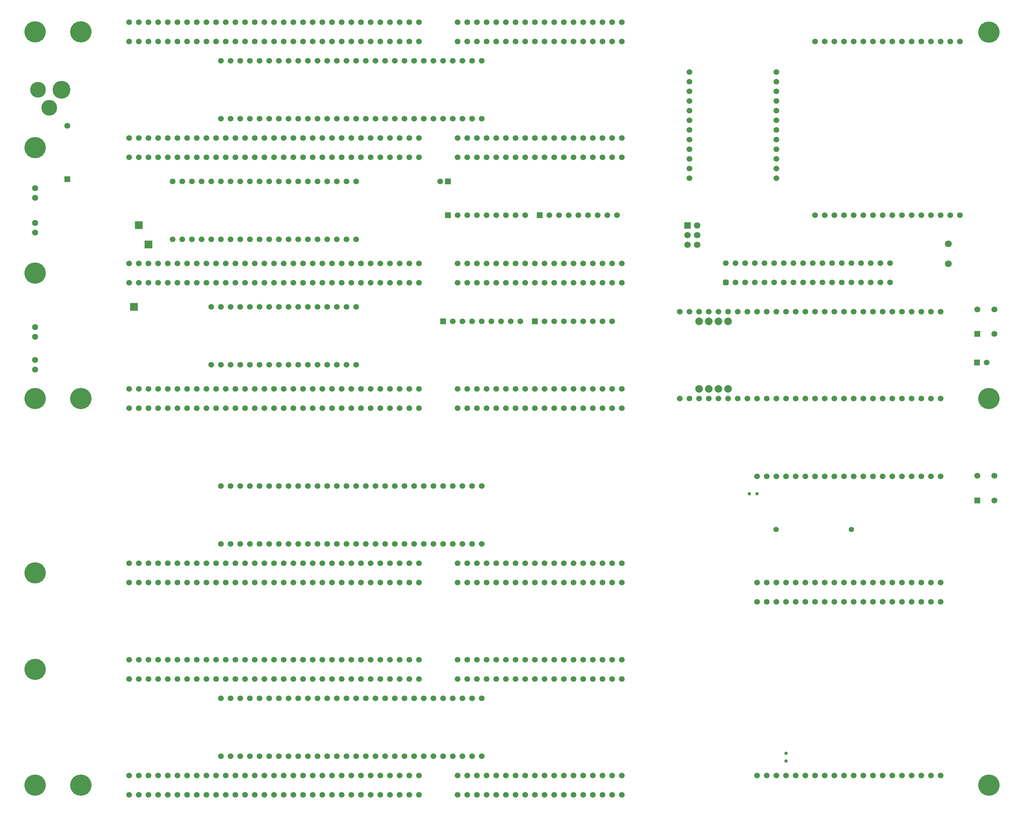
<source format=gbs>
%TF.GenerationSoftware,KiCad,Pcbnew,9.0.7-9.0.7~ubuntu24.04.1*%
%TF.CreationDate,2026-01-21T09:09:11+02:00*%
%TF.ProjectId,Mainboard Small,4d61696e-626f-4617-9264-20536d616c6c,V0*%
%TF.SameCoordinates,Original*%
%TF.FileFunction,Soldermask,Bot*%
%TF.FilePolarity,Negative*%
%FSLAX46Y46*%
G04 Gerber Fmt 4.6, Leading zero omitted, Abs format (unit mm)*
G04 Created by KiCad (PCBNEW 9.0.7-9.0.7~ubuntu24.04.1) date 2026-01-21 09:09:11*
%MOMM*%
%LPD*%
G01*
G04 APERTURE LIST*
G04 Aperture macros list*
%AMRoundRect*
0 Rectangle with rounded corners*
0 $1 Rounding radius*
0 $2 $3 $4 $5 $6 $7 $8 $9 X,Y pos of 4 corners*
0 Add a 4 corners polygon primitive as box body*
4,1,4,$2,$3,$4,$5,$6,$7,$8,$9,$2,$3,0*
0 Add four circle primitives for the rounded corners*
1,1,$1+$1,$2,$3*
1,1,$1+$1,$4,$5*
1,1,$1+$1,$6,$7*
1,1,$1+$1,$8,$9*
0 Add four rect primitives between the rounded corners*
20,1,$1+$1,$2,$3,$4,$5,0*
20,1,$1+$1,$4,$5,$6,$7,0*
20,1,$1+$1,$6,$7,$8,$9,0*
20,1,$1+$1,$8,$9,$2,$3,0*%
G04 Aperture macros list end*
%ADD10R,1.500000X1.500000*%
%ADD11C,1.500000*%
%ADD12R,1.575000X1.575000*%
%ADD13C,1.575000*%
%ADD14C,5.600000*%
%ADD15RoundRect,0.375000X0.375000X0.375000X-0.375000X0.375000X-0.375000X-0.375000X0.375000X-0.375000X0*%
%ADD16C,4.700000*%
%ADD17C,4.150000*%
%ADD18C,0.900000*%
%ADD19R,1.700000X1.700000*%
%ADD20C,1.700000*%
%ADD21C,1.600000*%
%ADD22R,2.000000X2.000000*%
%ADD23C,2.000000*%
%ADD24C,1.400000*%
%ADD25C,1.800000*%
G04 APERTURE END LIST*
D10*
%TO.C,C1*%
X83788001Y-41910000D03*
D11*
X81788001Y-41910000D03*
%TD*%
D12*
%TO.C,S3*%
X223012000Y-125866200D03*
D13*
X223012000Y-119366200D03*
X227512000Y-125866200D03*
X227512000Y-119366200D03*
%TD*%
D14*
%TO.C,H5*%
X-24765000Y-33020000D03*
%TD*%
D15*
%TO.C,MPD0*%
X156845000Y-68453000D03*
D11*
X156845000Y-63373000D03*
X159385000Y-68453000D03*
X159385000Y-63373000D03*
X161925000Y-68453000D03*
X161925000Y-63373000D03*
X164465000Y-68453000D03*
X164465000Y-63373000D03*
X167005000Y-68453000D03*
X167005000Y-63373000D03*
X169545000Y-68453000D03*
X169545000Y-63373000D03*
X172085000Y-68453000D03*
X172085000Y-63373000D03*
X174625000Y-68453000D03*
X174625000Y-63373000D03*
X177165000Y-68453000D03*
X177165000Y-63373000D03*
X179705000Y-68453000D03*
X179705000Y-63373000D03*
X182245000Y-68453000D03*
X182245000Y-63373000D03*
X184785000Y-68453000D03*
X184785000Y-63373000D03*
X187325000Y-68453000D03*
X187325000Y-63373000D03*
X189865000Y-68453000D03*
X189865000Y-63373000D03*
X192405000Y-68453000D03*
X192405000Y-63373000D03*
X194945000Y-68453000D03*
X194945000Y-63373000D03*
X197485000Y-68453000D03*
X197485000Y-63373000D03*
X200025000Y-68453000D03*
X200025000Y-63373000D03*
%TD*%
D12*
%TO.C,D1*%
X-16256000Y-41339500D03*
D13*
X-16256000Y-27239500D03*
%TD*%
D11*
%TO.C,DEV18*%
X0Y-142376200D03*
X2540000Y-142376200D03*
X5080000Y-142376200D03*
X7620000Y-142376200D03*
X10160000Y-142376200D03*
X12700000Y-142376200D03*
X15240000Y-142376200D03*
X17780000Y-142376200D03*
X20320000Y-142376200D03*
X22860000Y-142376200D03*
X25400000Y-142376200D03*
X27940000Y-142376200D03*
X30480000Y-142376200D03*
X33020000Y-142376200D03*
X35560000Y-142376200D03*
X38100000Y-142376200D03*
X40640000Y-142376200D03*
X43180000Y-142376200D03*
X45720000Y-142376200D03*
X48260000Y-142376200D03*
X50800000Y-142376200D03*
X53340000Y-142376200D03*
X55880000Y-142376200D03*
X58420000Y-142376200D03*
X60960000Y-142376200D03*
X63500000Y-142376200D03*
X66040000Y-142376200D03*
X68580000Y-142376200D03*
X71120000Y-142376200D03*
X73660000Y-142376200D03*
X76200000Y-142376200D03*
X0Y-147456200D03*
X2540000Y-147456200D03*
X5080000Y-147456200D03*
X7620000Y-147456200D03*
X10160000Y-147456200D03*
X12700000Y-147456200D03*
X15240000Y-147456200D03*
X17780000Y-147456200D03*
X20320000Y-147456200D03*
X22860000Y-147456200D03*
X25400000Y-147456200D03*
X27940000Y-147456200D03*
X30480000Y-147456200D03*
X33020000Y-147456200D03*
X35560000Y-147456200D03*
X38100000Y-147456200D03*
X40640000Y-147456200D03*
X43180000Y-147456200D03*
X45720000Y-147456200D03*
X48260000Y-147456200D03*
X50800000Y-147456200D03*
X53340000Y-147456200D03*
X55880000Y-147456200D03*
X58420000Y-147456200D03*
X60960000Y-147456200D03*
X63500000Y-147456200D03*
X66040000Y-147456200D03*
X68580000Y-147456200D03*
X71120000Y-147456200D03*
X73660000Y-147456200D03*
X76200000Y-147456200D03*
X86360000Y-142376200D03*
X88900000Y-142376200D03*
X91440000Y-142376200D03*
X93980000Y-142376200D03*
X96520000Y-142376200D03*
X99060000Y-142376200D03*
X101600000Y-142376200D03*
X104140000Y-142376200D03*
X106680000Y-142376200D03*
X109220000Y-142376200D03*
X111760000Y-142376200D03*
X114300000Y-142376200D03*
X116840000Y-142376200D03*
X119380000Y-142376200D03*
X121920000Y-142376200D03*
X124460000Y-142376200D03*
X127000000Y-142376200D03*
X129540000Y-142376200D03*
X86360000Y-147456200D03*
X88900000Y-147456200D03*
X91440000Y-147456200D03*
X93980000Y-147456200D03*
X96520000Y-147456200D03*
X99060000Y-147456200D03*
X101600000Y-147456200D03*
X104140000Y-147456200D03*
X106680000Y-147456200D03*
X109220000Y-147456200D03*
X111760000Y-147456200D03*
X114300000Y-147456200D03*
X116840000Y-147456200D03*
X119380000Y-147456200D03*
X121920000Y-147456200D03*
X124460000Y-147456200D03*
X127000000Y-147456200D03*
X129540000Y-147456200D03*
%TD*%
D16*
%TO.C,J3*%
X-17780000Y-17780000D03*
D17*
X-20980000Y-22480000D03*
X-23980000Y-17780000D03*
%TD*%
D11*
%TO.C,B1*%
X24130000Y-25400000D03*
X26670000Y-25400000D03*
X29210000Y-25400000D03*
X31750000Y-25400000D03*
X34290000Y-25400000D03*
X36830000Y-25400000D03*
X39370000Y-25400000D03*
X41910000Y-25400000D03*
X44450000Y-25400000D03*
X46990000Y-25400000D03*
X49530000Y-25400000D03*
X52070000Y-25400000D03*
X54610000Y-25400000D03*
X57150000Y-25400000D03*
X59690000Y-25400000D03*
X62230000Y-25400000D03*
X64770000Y-25400000D03*
X67310000Y-25400000D03*
X69850000Y-25400000D03*
X72390000Y-25400000D03*
X74930000Y-25400000D03*
X77470000Y-25400000D03*
X80010000Y-25400000D03*
X82550000Y-25400000D03*
X85090000Y-25400000D03*
X87630000Y-25400000D03*
X90170000Y-25400000D03*
X92710000Y-25400000D03*
X92710000Y-10160000D03*
X90170000Y-10160000D03*
X87630000Y-10160000D03*
X85090000Y-10160000D03*
X82550000Y-10160000D03*
X80010000Y-10160000D03*
X77470000Y-10160000D03*
X74930000Y-10160000D03*
X72390000Y-10160000D03*
X69850000Y-10160000D03*
X67310000Y-10160000D03*
X64770000Y-10160000D03*
X62230000Y-10160000D03*
X59690000Y-10160000D03*
X57150000Y-10160000D03*
X54610000Y-10160000D03*
X52070000Y-10160000D03*
X49530000Y-10160000D03*
X46990000Y-10160000D03*
X44450000Y-10160000D03*
X41910000Y-10160000D03*
X39370000Y-10160000D03*
X36830000Y-10160000D03*
X34290000Y-10160000D03*
X31750000Y-10160000D03*
X29210000Y-10160000D03*
X26670000Y-10160000D03*
X24130000Y-10160000D03*
%TD*%
%TO.C,B3*%
X24130000Y-193176200D03*
X26670000Y-193176200D03*
X29210000Y-193176200D03*
X31750000Y-193176200D03*
X34290000Y-193176200D03*
X36830000Y-193176200D03*
X39370000Y-193176200D03*
X41910000Y-193176200D03*
X44450000Y-193176200D03*
X46990000Y-193176200D03*
X49530000Y-193176200D03*
X52070000Y-193176200D03*
X54610000Y-193176200D03*
X57150000Y-193176200D03*
X59690000Y-193176200D03*
X62230000Y-193176200D03*
X64770000Y-193176200D03*
X67310000Y-193176200D03*
X69850000Y-193176200D03*
X72390000Y-193176200D03*
X74930000Y-193176200D03*
X77470000Y-193176200D03*
X80010000Y-193176200D03*
X82550000Y-193176200D03*
X85090000Y-193176200D03*
X87630000Y-193176200D03*
X90170000Y-193176200D03*
X92710000Y-193176200D03*
X92710000Y-177936200D03*
X90170000Y-177936200D03*
X87630000Y-177936200D03*
X85090000Y-177936200D03*
X82550000Y-177936200D03*
X80010000Y-177936200D03*
X77470000Y-177936200D03*
X74930000Y-177936200D03*
X72390000Y-177936200D03*
X69850000Y-177936200D03*
X67310000Y-177936200D03*
X64770000Y-177936200D03*
X62230000Y-177936200D03*
X59690000Y-177936200D03*
X57150000Y-177936200D03*
X54610000Y-177936200D03*
X52070000Y-177936200D03*
X49530000Y-177936200D03*
X46990000Y-177936200D03*
X44450000Y-177936200D03*
X41910000Y-177936200D03*
X39370000Y-177936200D03*
X36830000Y-177936200D03*
X34290000Y-177936200D03*
X31750000Y-177936200D03*
X29210000Y-177936200D03*
X26670000Y-177936200D03*
X24130000Y-177936200D03*
%TD*%
D18*
%TO.C,B6*%
X172695000Y-194471600D03*
X172695000Y-192471600D03*
D11*
X165100000Y-198256200D03*
X167640000Y-198256200D03*
X170180000Y-198256200D03*
X172720000Y-198256200D03*
X175260000Y-198256200D03*
X177800000Y-198256200D03*
X180340000Y-198256200D03*
X182880000Y-198256200D03*
X185420000Y-198256200D03*
X187960000Y-198256200D03*
X190500000Y-198256200D03*
X193040000Y-198256200D03*
X195580000Y-198256200D03*
X198120000Y-198256200D03*
X200660000Y-198256200D03*
X203200000Y-198256200D03*
X205740000Y-198256200D03*
X208280000Y-198256200D03*
X210820000Y-198256200D03*
X213360000Y-198256200D03*
X213360000Y-152536200D03*
X210820000Y-152536200D03*
X208280000Y-152536200D03*
X205740000Y-152536200D03*
X203200000Y-152536200D03*
X200660000Y-152536200D03*
X198120000Y-152536200D03*
X195580000Y-152536200D03*
X193040000Y-152536200D03*
X190500000Y-152536200D03*
X187960000Y-152536200D03*
X185420000Y-152536200D03*
X182880000Y-152536200D03*
X180340000Y-152536200D03*
X177800000Y-152536200D03*
X175260000Y-152536200D03*
X172720000Y-152536200D03*
X170180000Y-152536200D03*
X167640000Y-152536200D03*
X165100000Y-152536200D03*
%TD*%
D10*
%TO.C,RN1*%
X82550000Y-78740000D03*
D11*
X85090000Y-78740000D03*
X87630000Y-78740000D03*
X90170000Y-78740000D03*
X92710000Y-78740000D03*
X95250000Y-78740000D03*
X97790000Y-78740000D03*
X100330000Y-78740000D03*
X102870000Y-78740000D03*
%TD*%
D19*
%TO.C,J1*%
X146812000Y-53467000D03*
D20*
X149352000Y-53467000D03*
X146812000Y-56007000D03*
X149352000Y-56007000D03*
X146812000Y-58547000D03*
X149352000Y-58547000D03*
%TD*%
D14*
%TO.C,H1*%
X226060000Y-2580000D03*
%TD*%
%TO.C,H2*%
X-24765000Y-2540000D03*
%TD*%
D21*
%TO.C,C2*%
X-24765000Y-46188000D03*
X-24765000Y-43688000D03*
%TD*%
D14*
%TO.C,H10*%
X226060000Y-99060000D03*
%TD*%
%TO.C,H6*%
X-24765000Y-66040000D03*
%TD*%
D22*
%TO.C,TP2*%
X5080000Y-58460000D03*
%TD*%
D21*
%TO.C,C4*%
X-24765000Y-88900000D03*
X-24765000Y-91400000D03*
%TD*%
D14*
%TO.C,H13*%
X-12700000Y-99060000D03*
%TD*%
D11*
%TO.C,B7*%
X180340000Y-50800000D03*
X182880000Y-50800000D03*
X185420000Y-50800000D03*
X187960000Y-50800000D03*
X190500000Y-50800000D03*
X193040000Y-50800000D03*
X195580000Y-50800000D03*
X198120000Y-50800000D03*
X200660000Y-50800000D03*
X203200000Y-50800000D03*
X205740000Y-50800000D03*
X208280000Y-50800000D03*
X210820000Y-50800000D03*
X213360000Y-50800000D03*
X215900000Y-50800000D03*
X218440000Y-50800000D03*
X218440000Y-5080000D03*
X215900000Y-5080000D03*
X213360000Y-5080000D03*
X210820000Y-5080000D03*
X208280000Y-5080000D03*
X205740000Y-5080000D03*
X203200000Y-5080000D03*
X200660000Y-5080000D03*
X198120000Y-5080000D03*
X195580000Y-5080000D03*
X193040000Y-5080000D03*
X190500000Y-5080000D03*
X187960000Y-5080000D03*
X185420000Y-5080000D03*
X182880000Y-5080000D03*
X180340000Y-5080000D03*
%TD*%
D12*
%TO.C,S2*%
X222957000Y-82065001D03*
D13*
X222957000Y-75565001D03*
X227457000Y-82065001D03*
X227457000Y-75565001D03*
%TD*%
D10*
%TO.C,RN3*%
X107950000Y-50800000D03*
D11*
X110490000Y-50800000D03*
X113030000Y-50800000D03*
X115570000Y-50800000D03*
X118110000Y-50800000D03*
X120650000Y-50800000D03*
X123190000Y-50800000D03*
X125730000Y-50800000D03*
X128270000Y-50800000D03*
%TD*%
D14*
%TO.C,H4*%
X-24765000Y-200796200D03*
%TD*%
%TO.C,H11*%
X-12700000Y-200796200D03*
%TD*%
%TO.C,H3*%
X226060000Y-200836200D03*
%TD*%
D21*
%TO.C,C5*%
X-24765000Y-52832000D03*
X-24765000Y-55332000D03*
%TD*%
D14*
%TO.C,H7*%
X-24765000Y-99060000D03*
%TD*%
D22*
%TO.C,TP1*%
X2540000Y-53380000D03*
%TD*%
D10*
%TO.C,RN2*%
X106680000Y-78740000D03*
D11*
X109220000Y-78740000D03*
X111760000Y-78740000D03*
X114300000Y-78740000D03*
X116840000Y-78740000D03*
X119380000Y-78740000D03*
X121920000Y-78740000D03*
X124460000Y-78740000D03*
X127000000Y-78740000D03*
%TD*%
%TO.C,DEV16*%
X0Y0D03*
X2540000Y0D03*
X5080000Y0D03*
X7620000Y0D03*
X10160000Y0D03*
X12700000Y0D03*
X15240000Y0D03*
X17780000Y0D03*
X20320000Y0D03*
X22860000Y0D03*
X25400000Y0D03*
X27940000Y0D03*
X30480000Y0D03*
X33020000Y0D03*
X35560000Y0D03*
X38100000Y0D03*
X40640000Y0D03*
X43180000Y0D03*
X45720000Y0D03*
X48260000Y0D03*
X50800000Y0D03*
X53340000Y0D03*
X55880000Y0D03*
X58420000Y0D03*
X60960000Y0D03*
X63500000Y0D03*
X66040000Y0D03*
X68580000Y0D03*
X71120000Y0D03*
X73660000Y0D03*
X76200000Y0D03*
X0Y-5080000D03*
X2540000Y-5080000D03*
X5080000Y-5080000D03*
X7620000Y-5080000D03*
X10160000Y-5080000D03*
X12700000Y-5080000D03*
X15240000Y-5080000D03*
X17780000Y-5080000D03*
X20320000Y-5080000D03*
X22860000Y-5080000D03*
X25400000Y-5080000D03*
X27940000Y-5080000D03*
X30480000Y-5080000D03*
X33020000Y-5080000D03*
X35560000Y-5080000D03*
X38100000Y-5080000D03*
X40640000Y-5080000D03*
X43180000Y-5080000D03*
X45720000Y-5080000D03*
X48260000Y-5080000D03*
X50800000Y-5080000D03*
X53340000Y-5080000D03*
X55880000Y-5080000D03*
X58420000Y-5080000D03*
X60960000Y-5080000D03*
X63500000Y-5080000D03*
X66040000Y-5080000D03*
X68580000Y-5080000D03*
X71120000Y-5080000D03*
X73660000Y-5080000D03*
X76200000Y-5080000D03*
X86360000Y0D03*
X88900000Y0D03*
X91440000Y0D03*
X93980000Y0D03*
X96520000Y0D03*
X99060000Y0D03*
X101600000Y0D03*
X104140000Y0D03*
X106680000Y0D03*
X109220000Y0D03*
X111760000Y0D03*
X114300000Y0D03*
X116840000Y0D03*
X119380000Y0D03*
X121920000Y0D03*
X124460000Y0D03*
X127000000Y0D03*
X129540000Y0D03*
X86360000Y-5080000D03*
X88900000Y-5080000D03*
X91440000Y-5080000D03*
X93980000Y-5080000D03*
X96520000Y-5080000D03*
X99060000Y-5080000D03*
X101600000Y-5080000D03*
X104140000Y-5080000D03*
X106680000Y-5080000D03*
X109220000Y-5080000D03*
X111760000Y-5080000D03*
X114300000Y-5080000D03*
X116840000Y-5080000D03*
X119380000Y-5080000D03*
X121920000Y-5080000D03*
X124460000Y-5080000D03*
X127000000Y-5080000D03*
X129540000Y-5080000D03*
%TD*%
D14*
%TO.C,H8*%
X-24765000Y-144916200D03*
%TD*%
D23*
%TO.C,B12*%
X149860000Y-96520000D03*
X152400000Y-96520000D03*
X154940000Y-96520000D03*
X157480000Y-96520000D03*
X149860000Y-78740000D03*
X152400000Y-78740000D03*
X154940000Y-78740000D03*
X157480000Y-78740000D03*
D11*
X144780000Y-99060000D03*
X147320000Y-99060000D03*
X149860000Y-99060000D03*
X152400000Y-99060000D03*
X154940000Y-99060000D03*
X157480000Y-99060000D03*
X160020000Y-99060000D03*
X162560000Y-99060000D03*
X165100000Y-99060000D03*
X167640000Y-99060000D03*
X170180000Y-99060000D03*
X172720000Y-99060000D03*
X175260000Y-99060000D03*
X177800000Y-99060000D03*
X180340000Y-99060000D03*
X182880000Y-99060000D03*
X185420000Y-99060000D03*
X187960000Y-99060000D03*
X190500000Y-99060000D03*
X193040000Y-99060000D03*
X195580000Y-99060000D03*
X198120000Y-99060000D03*
X200660000Y-99060000D03*
X203200000Y-99060000D03*
X205740000Y-99060000D03*
X208280000Y-99060000D03*
X210820000Y-99060000D03*
X213360000Y-99060000D03*
X213360000Y-76200000D03*
X210820000Y-76200000D03*
X208280000Y-76200000D03*
X205740000Y-76200000D03*
X203200000Y-76200000D03*
X200660000Y-76200000D03*
X198120000Y-76200000D03*
X195580000Y-76200000D03*
X193040000Y-76200000D03*
X190500000Y-76200000D03*
X187960000Y-76200000D03*
X185420000Y-76200000D03*
X182880000Y-76200000D03*
X180340000Y-76200000D03*
X177800000Y-76200000D03*
X175260000Y-76200000D03*
X172720000Y-76200000D03*
X170180000Y-76200000D03*
X167640000Y-76200000D03*
X165100000Y-76200000D03*
X162560000Y-76200000D03*
X160020000Y-76200000D03*
X157480000Y-76200000D03*
X154940000Y-76200000D03*
X152400000Y-76200000D03*
X149860000Y-76200000D03*
X147320000Y-76200000D03*
X144780000Y-76200000D03*
%TD*%
D10*
%TO.C,LED2*%
X222884999Y-89535000D03*
D11*
X225424999Y-89535000D03*
%TD*%
D10*
%TO.C,RN4*%
X83820000Y-50800000D03*
D11*
X86360000Y-50800000D03*
X88900000Y-50800000D03*
X91440000Y-50800000D03*
X93980000Y-50800000D03*
X96520000Y-50800000D03*
X99060000Y-50800000D03*
X101600000Y-50800000D03*
X104140000Y-50800000D03*
%TD*%
D21*
%TO.C,C3*%
X-24765000Y-82764000D03*
X-24765000Y-80264000D03*
%TD*%
D11*
%TO.C,DEV4*%
X0Y-167776200D03*
X2540000Y-167776200D03*
X5080000Y-167776200D03*
X7620000Y-167776200D03*
X10160000Y-167776200D03*
X12700000Y-167776200D03*
X15240000Y-167776200D03*
X17780000Y-167776200D03*
X20320000Y-167776200D03*
X22860000Y-167776200D03*
X25400000Y-167776200D03*
X27940000Y-167776200D03*
X30480000Y-167776200D03*
X33020000Y-167776200D03*
X35560000Y-167776200D03*
X38100000Y-167776200D03*
X40640000Y-167776200D03*
X43180000Y-167776200D03*
X45720000Y-167776200D03*
X48260000Y-167776200D03*
X50800000Y-167776200D03*
X53340000Y-167776200D03*
X55880000Y-167776200D03*
X58420000Y-167776200D03*
X60960000Y-167776200D03*
X63500000Y-167776200D03*
X66040000Y-167776200D03*
X68580000Y-167776200D03*
X71120000Y-167776200D03*
X73660000Y-167776200D03*
X76200000Y-167776200D03*
X0Y-172856200D03*
X2540000Y-172856200D03*
X5080000Y-172856200D03*
X7620000Y-172856200D03*
X10160000Y-172856200D03*
X12700000Y-172856200D03*
X15240000Y-172856200D03*
X17780000Y-172856200D03*
X20320000Y-172856200D03*
X22860000Y-172856200D03*
X25400000Y-172856200D03*
X27940000Y-172856200D03*
X30480000Y-172856200D03*
X33020000Y-172856200D03*
X35560000Y-172856200D03*
X38100000Y-172856200D03*
X40640000Y-172856200D03*
X43180000Y-172856200D03*
X45720000Y-172856200D03*
X48260000Y-172856200D03*
X50800000Y-172856200D03*
X53340000Y-172856200D03*
X55880000Y-172856200D03*
X58420000Y-172856200D03*
X60960000Y-172856200D03*
X63500000Y-172856200D03*
X66040000Y-172856200D03*
X68580000Y-172856200D03*
X71120000Y-172856200D03*
X73660000Y-172856200D03*
X76200000Y-172856200D03*
X86360000Y-167776200D03*
X88900000Y-167776200D03*
X91440000Y-167776200D03*
X93980000Y-167776200D03*
X96520000Y-167776200D03*
X99060000Y-167776200D03*
X101600000Y-167776200D03*
X104140000Y-167776200D03*
X106680000Y-167776200D03*
X109220000Y-167776200D03*
X111760000Y-167776200D03*
X114300000Y-167776200D03*
X116840000Y-167776200D03*
X119380000Y-167776200D03*
X121920000Y-167776200D03*
X124460000Y-167776200D03*
X127000000Y-167776200D03*
X129540000Y-167776200D03*
X86360000Y-172856200D03*
X88900000Y-172856200D03*
X91440000Y-172856200D03*
X93980000Y-172856200D03*
X96520000Y-172856200D03*
X99060000Y-172856200D03*
X101600000Y-172856200D03*
X104140000Y-172856200D03*
X106680000Y-172856200D03*
X109220000Y-172856200D03*
X111760000Y-172856200D03*
X114300000Y-172856200D03*
X116840000Y-172856200D03*
X119380000Y-172856200D03*
X121920000Y-172856200D03*
X124460000Y-172856200D03*
X127000000Y-172856200D03*
X129540000Y-172856200D03*
%TD*%
D14*
%TO.C,H9*%
X-24765000Y-170316200D03*
%TD*%
D11*
%TO.C,DEV3*%
X0Y-198256200D03*
X2540000Y-198256200D03*
X5080000Y-198256200D03*
X7620000Y-198256200D03*
X10160000Y-198256200D03*
X12700000Y-198256200D03*
X15240000Y-198256200D03*
X17780000Y-198256200D03*
X20320000Y-198256200D03*
X22860000Y-198256200D03*
X25400000Y-198256200D03*
X27940000Y-198256200D03*
X30480000Y-198256200D03*
X33020000Y-198256200D03*
X35560000Y-198256200D03*
X38100000Y-198256200D03*
X40640000Y-198256200D03*
X43180000Y-198256200D03*
X45720000Y-198256200D03*
X48260000Y-198256200D03*
X50800000Y-198256200D03*
X53340000Y-198256200D03*
X55880000Y-198256200D03*
X58420000Y-198256200D03*
X60960000Y-198256200D03*
X63500000Y-198256200D03*
X66040000Y-198256200D03*
X68580000Y-198256200D03*
X71120000Y-198256200D03*
X73660000Y-198256200D03*
X76200000Y-198256200D03*
X0Y-203336200D03*
X2540000Y-203336200D03*
X5080000Y-203336200D03*
X7620000Y-203336200D03*
X10160000Y-203336200D03*
X12700000Y-203336200D03*
X15240000Y-203336200D03*
X17780000Y-203336200D03*
X20320000Y-203336200D03*
X22860000Y-203336200D03*
X25400000Y-203336200D03*
X27940000Y-203336200D03*
X30480000Y-203336200D03*
X33020000Y-203336200D03*
X35560000Y-203336200D03*
X38100000Y-203336200D03*
X40640000Y-203336200D03*
X43180000Y-203336200D03*
X45720000Y-203336200D03*
X48260000Y-203336200D03*
X50800000Y-203336200D03*
X53340000Y-203336200D03*
X55880000Y-203336200D03*
X58420000Y-203336200D03*
X60960000Y-203336200D03*
X63500000Y-203336200D03*
X66040000Y-203336200D03*
X68580000Y-203336200D03*
X71120000Y-203336200D03*
X73660000Y-203336200D03*
X76200000Y-203336200D03*
X86360000Y-198256200D03*
X88900000Y-198256200D03*
X91440000Y-198256200D03*
X93980000Y-198256200D03*
X96520000Y-198256200D03*
X99060000Y-198256200D03*
X101600000Y-198256200D03*
X104140000Y-198256200D03*
X106680000Y-198256200D03*
X109220000Y-198256200D03*
X111760000Y-198256200D03*
X114300000Y-198256200D03*
X116840000Y-198256200D03*
X119380000Y-198256200D03*
X121920000Y-198256200D03*
X124460000Y-198256200D03*
X127000000Y-198256200D03*
X129540000Y-198256200D03*
X86360000Y-203336200D03*
X88900000Y-203336200D03*
X91440000Y-203336200D03*
X93980000Y-203336200D03*
X96520000Y-203336200D03*
X99060000Y-203336200D03*
X101600000Y-203336200D03*
X104140000Y-203336200D03*
X106680000Y-203336200D03*
X109220000Y-203336200D03*
X111760000Y-203336200D03*
X114300000Y-203336200D03*
X116840000Y-203336200D03*
X119380000Y-203336200D03*
X121920000Y-203336200D03*
X124460000Y-203336200D03*
X127000000Y-203336200D03*
X129540000Y-203336200D03*
%TD*%
%TO.C,MPU0*%
X0Y-63500000D03*
X2540000Y-63500000D03*
X5080000Y-63500000D03*
X7620000Y-63500000D03*
X10160000Y-63500000D03*
X12700000Y-63500000D03*
X15240000Y-63500000D03*
X17780000Y-63500000D03*
X20320000Y-63500000D03*
X22860000Y-63500000D03*
X25400000Y-63500000D03*
X27940000Y-63500000D03*
X30480000Y-63500000D03*
X33020000Y-63500000D03*
X35560000Y-63500000D03*
X38100000Y-63500000D03*
X40640000Y-63500000D03*
X43180000Y-63500000D03*
X45720000Y-63500000D03*
X48260000Y-63500000D03*
X50800000Y-63500000D03*
X53340000Y-63500000D03*
X55880000Y-63500000D03*
X58420000Y-63500000D03*
X60960000Y-63500000D03*
X63500000Y-63500000D03*
X66040000Y-63500000D03*
X68580000Y-63500000D03*
X71120000Y-63500000D03*
X73660000Y-63500000D03*
X76200000Y-63500000D03*
X0Y-68580000D03*
X2540000Y-68580000D03*
X5080000Y-68580000D03*
X7620000Y-68580000D03*
X10160000Y-68580000D03*
X12700000Y-68580000D03*
X15240000Y-68580000D03*
X17780000Y-68580000D03*
X20320000Y-68580000D03*
X22860000Y-68580000D03*
X25400000Y-68580000D03*
X27940000Y-68580000D03*
X30480000Y-68580000D03*
X33020000Y-68580000D03*
X35560000Y-68580000D03*
X38100000Y-68580000D03*
X40640000Y-68580000D03*
X43180000Y-68580000D03*
X45720000Y-68580000D03*
X48260000Y-68580000D03*
X50800000Y-68580000D03*
X53340000Y-68580000D03*
X55880000Y-68580000D03*
X58420000Y-68580000D03*
X60960000Y-68580000D03*
X63500000Y-68580000D03*
X66040000Y-68580000D03*
X68580000Y-68580000D03*
X71120000Y-68580000D03*
X73660000Y-68580000D03*
X76200000Y-68580000D03*
X86360000Y-63500000D03*
X88900000Y-63500000D03*
X91440000Y-63500000D03*
X93980000Y-63500000D03*
X96520000Y-63500000D03*
X99060000Y-63500000D03*
X101600000Y-63500000D03*
X104140000Y-63500000D03*
X106680000Y-63500000D03*
X109220000Y-63500000D03*
X111760000Y-63500000D03*
X114300000Y-63500000D03*
X116840000Y-63500000D03*
X119380000Y-63500000D03*
X121920000Y-63500000D03*
X124460000Y-63500000D03*
X127000000Y-63500000D03*
X129540000Y-63500000D03*
X86360000Y-68580000D03*
X88900000Y-68580000D03*
X91440000Y-68580000D03*
X93980000Y-68580000D03*
X96520000Y-68580000D03*
X99060000Y-68580000D03*
X101600000Y-68580000D03*
X104140000Y-68580000D03*
X106680000Y-68580000D03*
X109220000Y-68580000D03*
X111760000Y-68580000D03*
X114300000Y-68580000D03*
X116840000Y-68580000D03*
X119380000Y-68580000D03*
X121920000Y-68580000D03*
X124460000Y-68580000D03*
X127000000Y-68580000D03*
X129540000Y-68580000D03*
%TD*%
D22*
%TO.C,TP3*%
X1270000Y-74930000D03*
%TD*%
D11*
%TO.C,DEV17*%
X0Y-30480000D03*
X2540000Y-30480000D03*
X5080000Y-30480000D03*
X7620000Y-30480000D03*
X10160000Y-30480000D03*
X12700000Y-30480000D03*
X15240000Y-30480000D03*
X17780000Y-30480000D03*
X20320000Y-30480000D03*
X22860000Y-30480000D03*
X25400000Y-30480000D03*
X27940000Y-30480000D03*
X30480000Y-30480000D03*
X33020000Y-30480000D03*
X35560000Y-30480000D03*
X38100000Y-30480000D03*
X40640000Y-30480000D03*
X43180000Y-30480000D03*
X45720000Y-30480000D03*
X48260000Y-30480000D03*
X50800000Y-30480000D03*
X53340000Y-30480000D03*
X55880000Y-30480000D03*
X58420000Y-30480000D03*
X60960000Y-30480000D03*
X63500000Y-30480000D03*
X66040000Y-30480000D03*
X68580000Y-30480000D03*
X71120000Y-30480000D03*
X73660000Y-30480000D03*
X76200000Y-30480000D03*
X0Y-35560000D03*
X2540000Y-35560000D03*
X5080000Y-35560000D03*
X7620000Y-35560000D03*
X10160000Y-35560000D03*
X12700000Y-35560000D03*
X15240000Y-35560000D03*
X17780000Y-35560000D03*
X20320000Y-35560000D03*
X22860000Y-35560000D03*
X25400000Y-35560000D03*
X27940000Y-35560000D03*
X30480000Y-35560000D03*
X33020000Y-35560000D03*
X35560000Y-35560000D03*
X38100000Y-35560000D03*
X40640000Y-35560000D03*
X43180000Y-35560000D03*
X45720000Y-35560000D03*
X48260000Y-35560000D03*
X50800000Y-35560000D03*
X53340000Y-35560000D03*
X55880000Y-35560000D03*
X58420000Y-35560000D03*
X60960000Y-35560000D03*
X63500000Y-35560000D03*
X66040000Y-35560000D03*
X68580000Y-35560000D03*
X71120000Y-35560000D03*
X73660000Y-35560000D03*
X76200000Y-35560000D03*
X86360000Y-30480000D03*
X88900000Y-30480000D03*
X91440000Y-30480000D03*
X93980000Y-30480000D03*
X96520000Y-30480000D03*
X99060000Y-30480000D03*
X101600000Y-30480000D03*
X104140000Y-30480000D03*
X106680000Y-30480000D03*
X109220000Y-30480000D03*
X111760000Y-30480000D03*
X114300000Y-30480000D03*
X116840000Y-30480000D03*
X119380000Y-30480000D03*
X121920000Y-30480000D03*
X124460000Y-30480000D03*
X127000000Y-30480000D03*
X129540000Y-30480000D03*
X86360000Y-35560000D03*
X88900000Y-35560000D03*
X91440000Y-35560000D03*
X93980000Y-35560000D03*
X96520000Y-35560000D03*
X99060000Y-35560000D03*
X101600000Y-35560000D03*
X104140000Y-35560000D03*
X106680000Y-35560000D03*
X109220000Y-35560000D03*
X111760000Y-35560000D03*
X114300000Y-35560000D03*
X116840000Y-35560000D03*
X119380000Y-35560000D03*
X121920000Y-35560000D03*
X124460000Y-35560000D03*
X127000000Y-35560000D03*
X129540000Y-35560000D03*
%TD*%
D24*
%TO.C,B8*%
X170053000Y-133486200D03*
X189853000Y-133486200D03*
D18*
X163068001Y-124088200D03*
X165068001Y-124088200D03*
D11*
X165100000Y-147456200D03*
X167640000Y-147456200D03*
X170180000Y-147456200D03*
X172720000Y-147456200D03*
X175260000Y-147456200D03*
X177800000Y-147456200D03*
X180340000Y-147456200D03*
X182880000Y-147456200D03*
X185420000Y-147456200D03*
X187960000Y-147456200D03*
X190500000Y-147456200D03*
X193040000Y-147456200D03*
X195580000Y-147456200D03*
X198120000Y-147456200D03*
X200660000Y-147456200D03*
X203200000Y-147456200D03*
X205740000Y-147456200D03*
X208280000Y-147456200D03*
X210820000Y-147456200D03*
X213360000Y-147456200D03*
X213360000Y-119516200D03*
X210820000Y-119516200D03*
X208280000Y-119516200D03*
X205740000Y-119516200D03*
X203200000Y-119516200D03*
X200660000Y-119516200D03*
X198120000Y-119516200D03*
X195580000Y-119516200D03*
X193040000Y-119516200D03*
X190500000Y-119516200D03*
X187960000Y-119516200D03*
X185420000Y-119516200D03*
X182880000Y-119516200D03*
X180340000Y-119516200D03*
X177800000Y-119516200D03*
X175260000Y-119516200D03*
X172720000Y-119516200D03*
X170180000Y-119516200D03*
X167640000Y-119516200D03*
X165100000Y-119516200D03*
%TD*%
%TO.C,B4*%
X11430000Y-57150000D03*
X13970000Y-57150000D03*
X16510000Y-57150000D03*
X19050000Y-57150000D03*
X21590000Y-57150000D03*
X24130000Y-57150000D03*
X26670000Y-57150000D03*
X29210000Y-57150000D03*
X31750000Y-57150000D03*
X34290000Y-57150000D03*
X36830000Y-57150000D03*
X39370000Y-57150000D03*
X41910000Y-57150000D03*
X44450000Y-57150000D03*
X46990000Y-57150000D03*
X49530000Y-57150000D03*
X52070000Y-57150000D03*
X54610000Y-57150000D03*
X57150000Y-57150000D03*
X59690000Y-57150000D03*
X59690000Y-41910000D03*
X57150000Y-41910000D03*
X54610000Y-41910000D03*
X52070000Y-41910000D03*
X49530000Y-41910000D03*
X46990000Y-41910000D03*
X44450000Y-41910000D03*
X41910000Y-41910000D03*
X39370000Y-41910000D03*
X36830000Y-41910000D03*
X34290000Y-41910000D03*
X31750000Y-41910000D03*
X29210000Y-41910000D03*
X26670000Y-41910000D03*
X24130000Y-41910000D03*
X21590000Y-41910000D03*
X19050000Y-41910000D03*
X16510000Y-41910000D03*
X13970000Y-41910000D03*
X11430000Y-41910000D03*
%TD*%
D25*
%TO.C,S1*%
X215346000Y-58310000D03*
X215346000Y-63610000D03*
%TD*%
D11*
%TO.C,B16*%
X147320000Y-13081000D03*
X147320000Y-15621000D03*
X147320000Y-18161000D03*
X147320000Y-20701000D03*
X147320000Y-23241000D03*
X147320000Y-25781000D03*
X147320000Y-28321000D03*
X147320000Y-30861000D03*
X147320000Y-33401000D03*
X147320000Y-35941000D03*
X147320000Y-38481000D03*
X147320000Y-41021000D03*
X170180000Y-41021000D03*
X170180000Y-38481000D03*
X170180000Y-35941000D03*
X170180000Y-33401000D03*
X170180000Y-30861000D03*
X170180000Y-28321000D03*
X170180000Y-25781000D03*
X170180000Y-23241000D03*
X170180000Y-20701000D03*
X170180000Y-18161000D03*
X170180000Y-15621000D03*
X170180000Y-13081000D03*
%TD*%
D14*
%TO.C,H12*%
X-12700000Y-2540000D03*
%TD*%
D11*
%TO.C,B2*%
X24130000Y-137296200D03*
X26670000Y-137296200D03*
X29210000Y-137296200D03*
X31750000Y-137296200D03*
X34290000Y-137296200D03*
X36830000Y-137296200D03*
X39370000Y-137296200D03*
X41910000Y-137296200D03*
X44450000Y-137296200D03*
X46990000Y-137296200D03*
X49530000Y-137296200D03*
X52070000Y-137296200D03*
X54610000Y-137296200D03*
X57150000Y-137296200D03*
X59690000Y-137296200D03*
X62230000Y-137296200D03*
X64770000Y-137296200D03*
X67310000Y-137296200D03*
X69850000Y-137296200D03*
X72390000Y-137296200D03*
X74930000Y-137296200D03*
X77470000Y-137296200D03*
X80010000Y-137296200D03*
X82550000Y-137296200D03*
X85090000Y-137296200D03*
X87630000Y-137296200D03*
X90170000Y-137296200D03*
X92710000Y-137296200D03*
X92710000Y-122056200D03*
X90170000Y-122056200D03*
X87630000Y-122056200D03*
X85090000Y-122056200D03*
X82550000Y-122056200D03*
X80010000Y-122056200D03*
X77470000Y-122056200D03*
X74930000Y-122056200D03*
X72390000Y-122056200D03*
X69850000Y-122056200D03*
X67310000Y-122056200D03*
X64770000Y-122056200D03*
X62230000Y-122056200D03*
X59690000Y-122056200D03*
X57150000Y-122056200D03*
X54610000Y-122056200D03*
X52070000Y-122056200D03*
X49530000Y-122056200D03*
X46990000Y-122056200D03*
X44450000Y-122056200D03*
X41910000Y-122056200D03*
X39370000Y-122056200D03*
X36830000Y-122056200D03*
X34290000Y-122056200D03*
X31750000Y-122056200D03*
X29210000Y-122056200D03*
X26670000Y-122056200D03*
X24130000Y-122056200D03*
%TD*%
%TO.C,DEV19*%
X0Y-96520000D03*
X2540000Y-96520000D03*
X5080000Y-96520000D03*
X7620000Y-96520000D03*
X10160000Y-96520000D03*
X12700000Y-96520000D03*
X15240000Y-96520000D03*
X17780000Y-96520000D03*
X20320000Y-96520000D03*
X22860000Y-96520000D03*
X25400000Y-96520000D03*
X27940000Y-96520000D03*
X30480000Y-96520000D03*
X33020000Y-96520000D03*
X35560000Y-96520000D03*
X38100000Y-96520000D03*
X40640000Y-96520000D03*
X43180000Y-96520000D03*
X45720000Y-96520000D03*
X48260000Y-96520000D03*
X50800000Y-96520000D03*
X53340000Y-96520000D03*
X55880000Y-96520000D03*
X58420000Y-96520000D03*
X60960000Y-96520000D03*
X63500000Y-96520000D03*
X66040000Y-96520000D03*
X68580000Y-96520000D03*
X71120000Y-96520000D03*
X73660000Y-96520000D03*
X76200000Y-96520000D03*
X0Y-101600000D03*
X2540000Y-101600000D03*
X5080000Y-101600000D03*
X7620000Y-101600000D03*
X10160000Y-101600000D03*
X12700000Y-101600000D03*
X15240000Y-101600000D03*
X17780000Y-101600000D03*
X20320000Y-101600000D03*
X22860000Y-101600000D03*
X25400000Y-101600000D03*
X27940000Y-101600000D03*
X30480000Y-101600000D03*
X33020000Y-101600000D03*
X35560000Y-101600000D03*
X38100000Y-101600000D03*
X40640000Y-101600000D03*
X43180000Y-101600000D03*
X45720000Y-101600000D03*
X48260000Y-101600000D03*
X50800000Y-101600000D03*
X53340000Y-101600000D03*
X55880000Y-101600000D03*
X58420000Y-101600000D03*
X60960000Y-101600000D03*
X63500000Y-101600000D03*
X66040000Y-101600000D03*
X68580000Y-101600000D03*
X71120000Y-101600000D03*
X73660000Y-101600000D03*
X76200000Y-101600000D03*
X86360000Y-96520000D03*
X88900000Y-96520000D03*
X91440000Y-96520000D03*
X93980000Y-96520000D03*
X96520000Y-96520000D03*
X99060000Y-96520000D03*
X101600000Y-96520000D03*
X104140000Y-96520000D03*
X106680000Y-96520000D03*
X109220000Y-96520000D03*
X111760000Y-96520000D03*
X114300000Y-96520000D03*
X116840000Y-96520000D03*
X119380000Y-96520000D03*
X121920000Y-96520000D03*
X124460000Y-96520000D03*
X127000000Y-96520000D03*
X129540000Y-96520000D03*
X86360000Y-101600000D03*
X88900000Y-101600000D03*
X91440000Y-101600000D03*
X93980000Y-101600000D03*
X96520000Y-101600000D03*
X99060000Y-101600000D03*
X101600000Y-101600000D03*
X104140000Y-101600000D03*
X106680000Y-101600000D03*
X109220000Y-101600000D03*
X111760000Y-101600000D03*
X114300000Y-101600000D03*
X116840000Y-101600000D03*
X119380000Y-101600000D03*
X121920000Y-101600000D03*
X124460000Y-101600000D03*
X127000000Y-101600000D03*
X129540000Y-101600000D03*
%TD*%
%TO.C,B5*%
X21590000Y-90170000D03*
X24130000Y-90170000D03*
X26670000Y-90170000D03*
X29210000Y-90170000D03*
X31750000Y-90170000D03*
X34290000Y-90170000D03*
X36830000Y-90170000D03*
X39370000Y-90170000D03*
X41910000Y-90170000D03*
X44450000Y-90170000D03*
X46990000Y-90170000D03*
X49530000Y-90170000D03*
X52070000Y-90170000D03*
X54610000Y-90170000D03*
X57150000Y-90170000D03*
X59690000Y-90170000D03*
X59690000Y-74930000D03*
X57150000Y-74930000D03*
X54610000Y-74930000D03*
X52070000Y-74930000D03*
X49530000Y-74930000D03*
X46990000Y-74930000D03*
X44450000Y-74930000D03*
X41910000Y-74930000D03*
X39370000Y-74930000D03*
X36830000Y-74930000D03*
X34290000Y-74930000D03*
X31750000Y-74930000D03*
X29210000Y-74930000D03*
X26670000Y-74930000D03*
X24130000Y-74930000D03*
X21590000Y-74930000D03*
%TD*%
M02*

</source>
